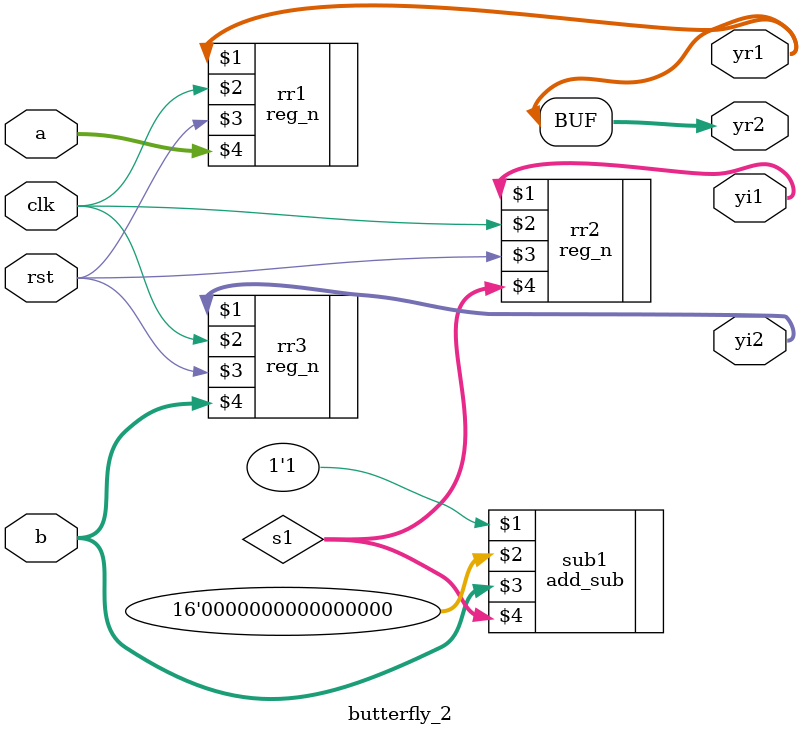
<source format=v>


// `include "add_sub.v"
// `include "reg_n.v"


module butterfly_2(a,b,clk,rst,yr1,yr2,yi1,yi2);
    parameter N = 4;
    input  [(2**N)-1:0] a,b;
    input clk,rst;
    output [(2**N)-1:0] yr1,yr2,yi1,yi2; //output for real number and imaginary number
    wire [(2**N)-1:0] s1;

    parameter zero_real = 16'b0000000000000000;

    reg_n rr1 (yr1,clk,rst,a);
    add_sub sub1(1'b1,zero_real,b,s1); //s1 = 0-b
    reg_n rr2 (yi1,clk,rst,s1);
    reg_n rr3 (yi2,clk,rst,b);
    assign yr2 = yr1;

endmodule



</source>
